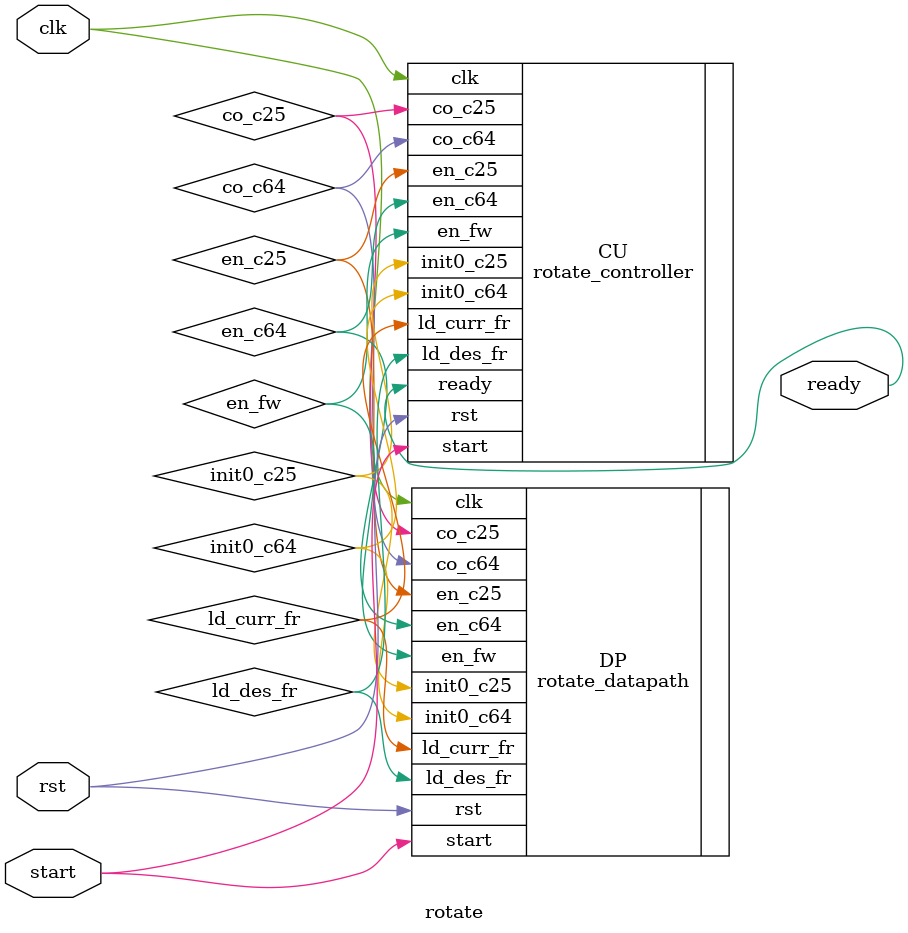
<source format=v>
`timescale 1ns/1ns
module rotate(clk, rst, start, ready);
	
	input clk;
	input rst;
	input start;
	
	output ready;
	
	wire ld_curr_fr, ld_des_fr, en_fw, init0_c64, init0_c25, en_c64, en_c25, co_c64, co_c25;
	
	rotate_datapath DP(
	           .clk(clk), 
	           .rst(rst), 
			   .start(start),
	           .ld_curr_fr(ld_curr_fr),
			   .ld_des_fr(ld_des_fr),
	           .en_fw(en_fw),
	           .init0_c64(init0_c64),
	           .init0_c25(init0_c25),
	           .en_c64(en_c64),
	           .en_c25(en_c25),
	           .co_c64(co_c64),
	           .co_c25(co_c25)
	           );
	
	rotate_controller CU(
	             .clk(clk), 
	             .rst(rst), 
	             .start(start), 
	             .co_c64(co_c64),
	             .co_c25(co_c25),
	             .ld_curr_fr(ld_curr_fr),
				 .ld_des_fr(ld_des_fr),
	             .en_fw(en_fw),
	             .init0_c64(init0_c64),
	             .init0_c25(init0_c25),
	             .en_c64(en_c64),
	             .en_c25(en_c25),
	             .ready(ready)
	             );
	             
endmodule

</source>
